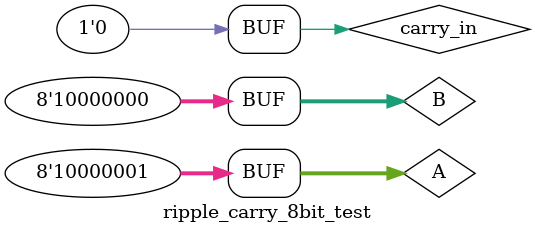
<source format=v>
`timescale 1ns / 1ps

module ripple_carry_8bit_test ();

    // Inputs
    reg [7:0] A;
    reg [7:0] B;
    reg       carry_in;

    // Outputs
    wire       carry_out;
    wire [7:0] sum;
    reg        ok;

    // Instantiate the Unit Under Test (UUT)
    ripple_carry_8bit uut (
        .carry_out(carry_out), 
        .sum(sum), 
        .A(A), 
        .B(B), 
        .carry_in(carry_in)
    );

    initial begin
        $dumpfile("waves_ripple_carry_8bit.vcd");
        $dumpvars(0, ripple_carry_8bit_test);
        // Initialize Inputs
        A        = 0;
        B        = 0;
        carry_in = 0;
        ok       = 0;
        
        #1;
        if (sum == A + B) begin
            ok = 1;
        end else begin
            ok = 1'bx;
        end
        
        #99;
        A = -1;
        B = 1;

        #1;
        if (sum == A + B) begin
            ok = 1;
        end else begin
            ok = 1'bx;
        end
        
        #99;
        A = 127;
        B = 128;

        #1;
        if (sum == A + B) begin
            ok = 1;
        end else begin
            ok = 1'bx;
        end
        
        #99;
        A = 128;
        B = 128;

        #1;
        if (sum == A + B) begin
            ok = 1;
        end else begin
            ok = 1'bx;
        end
        
        #99;
        A = 4;
        B = 5;

        #1;
        if (sum == A + B) begin
            ok = 1;
        end else begin
            ok = 1'bx;
        end
        
        #99;
        A = -127;
        B = -128;

        #1
        if (sum == A + B) begin
            ok = 1;
        end else begin
            ok = 1'bx;
        end
    end
      
endmodule

</source>
